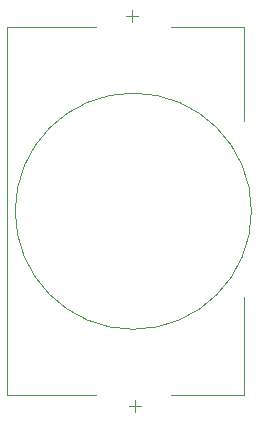
<source format=gbr>
%TF.GenerationSoftware,KiCad,Pcbnew,9.0.1*%
%TF.CreationDate,2025-04-06T15:48:51+05:30*%
%TF.ProjectId,_autosave-solder,5f617574-6f73-4617-9665-2d736f6c6465,rev?*%
%TF.SameCoordinates,Original*%
%TF.FileFunction,Legend,Bot*%
%TF.FilePolarity,Positive*%
%FSLAX46Y46*%
G04 Gerber Fmt 4.6, Leading zero omitted, Abs format (unit mm)*
G04 Created by KiCad (PCBNEW 9.0.1) date 2025-04-06 15:48:51*
%MOMM*%
%LPD*%
G01*
G04 APERTURE LIST*
%ADD10C,0.120000*%
G04 APERTURE END LIST*
D10*
%TO.C,BAT1*%
X151705000Y-60120000D02*
X145460000Y-60120000D01*
X151705000Y-68055000D02*
X151705000Y-60120000D01*
X151705000Y-91230000D02*
X151705000Y-82980000D01*
X145460000Y-91230000D02*
X151705000Y-91230000D01*
X142920000Y-92185000D02*
X141904000Y-92185000D01*
X142666000Y-59165000D02*
X141650000Y-59165000D01*
X142412000Y-92693000D02*
X142412000Y-91677000D01*
X142158000Y-59673000D02*
X142158000Y-58657000D01*
X139110000Y-60120000D02*
X131595000Y-60120000D01*
X131595000Y-60120000D02*
X131595000Y-91230000D01*
X131595000Y-91230000D02*
X139110000Y-91230000D01*
X152300000Y-75675000D02*
G75*
G02*
X132300000Y-75675000I-10000000J0D01*
G01*
X132300000Y-75675000D02*
G75*
G02*
X152300000Y-75675000I10000000J0D01*
G01*
%TD*%
M02*

</source>
